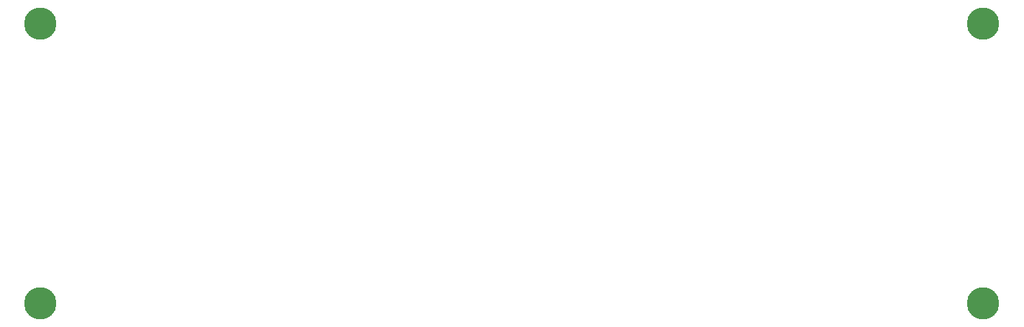
<source format=gbr>
%TF.GenerationSoftware,KiCad,Pcbnew,(6.0.0)*%
%TF.CreationDate,2022-03-13T18:58:15+01:00*%
%TF.ProjectId,bottomplate,626f7474-6f6d-4706-9c61-74652e6b6963,rev?*%
%TF.SameCoordinates,Original*%
%TF.FileFunction,Soldermask,Bot*%
%TF.FilePolarity,Negative*%
%FSLAX46Y46*%
G04 Gerber Fmt 4.6, Leading zero omitted, Abs format (unit mm)*
G04 Created by KiCad (PCBNEW (6.0.0)) date 2022-03-13 18:58:15*
%MOMM*%
%LPD*%
G01*
G04 APERTURE LIST*
%ADD10C,3.800000*%
%ADD11C,2.600000*%
G04 APERTURE END LIST*
D10*
%TO.C,REF\u002A\u002A*%
X205830000Y-79550000D03*
D11*
X205830000Y-79550000D03*
%TD*%
D10*
%TO.C,REF\u002A\u002A*%
X205830000Y-112550000D03*
D11*
X205830000Y-112550000D03*
%TD*%
D10*
%TO.C,REF\u002A\u002A*%
X94830000Y-112550000D03*
D11*
X94830000Y-112550000D03*
%TD*%
%TO.C,REF\u002A\u002A*%
X94830000Y-79550000D03*
D10*
X94830000Y-79550000D03*
%TD*%
M02*

</source>
